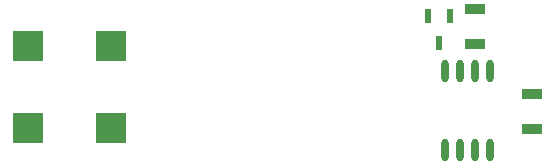
<source format=gbr>
%TF.GenerationSoftware,Altium Limited,Altium Designer,20.0.13 (296)*%
G04 Layer_Color=8421504*
%FSLAX45Y45*%
%MOMM*%
%TF.FileFunction,Paste,Top*%
%TF.Part,Single*%
G01*
G75*
%TA.AperFunction,SMDPad,CuDef*%
%ADD10R,2.50000X2.50000*%
%ADD11R,1.73000X0.97000*%
%ADD12O,0.60000X1.90000*%
%ADD13R,0.60000X1.15000*%
D10*
X10388600Y5791200D02*
D03*
Y6491200D02*
D03*
X11088600D02*
D03*
Y5791200D02*
D03*
D11*
X14173199Y6798400D02*
D03*
Y6502400D02*
D03*
X14655800Y5782900D02*
D03*
Y6078900D02*
D03*
D12*
X14300200Y6278600D02*
D03*
X14173199D02*
D03*
X14046201D02*
D03*
X13919200D02*
D03*
X14300200Y5608600D02*
D03*
X14173199D02*
D03*
X14046201D02*
D03*
X13919200D02*
D03*
D13*
X13963400Y6741900D02*
D03*
X13773399D02*
D03*
X13868401Y6516900D02*
D03*
%TF.MD5,ceca97cdff49a2012e5bc30778ee7628*%
M02*

</source>
